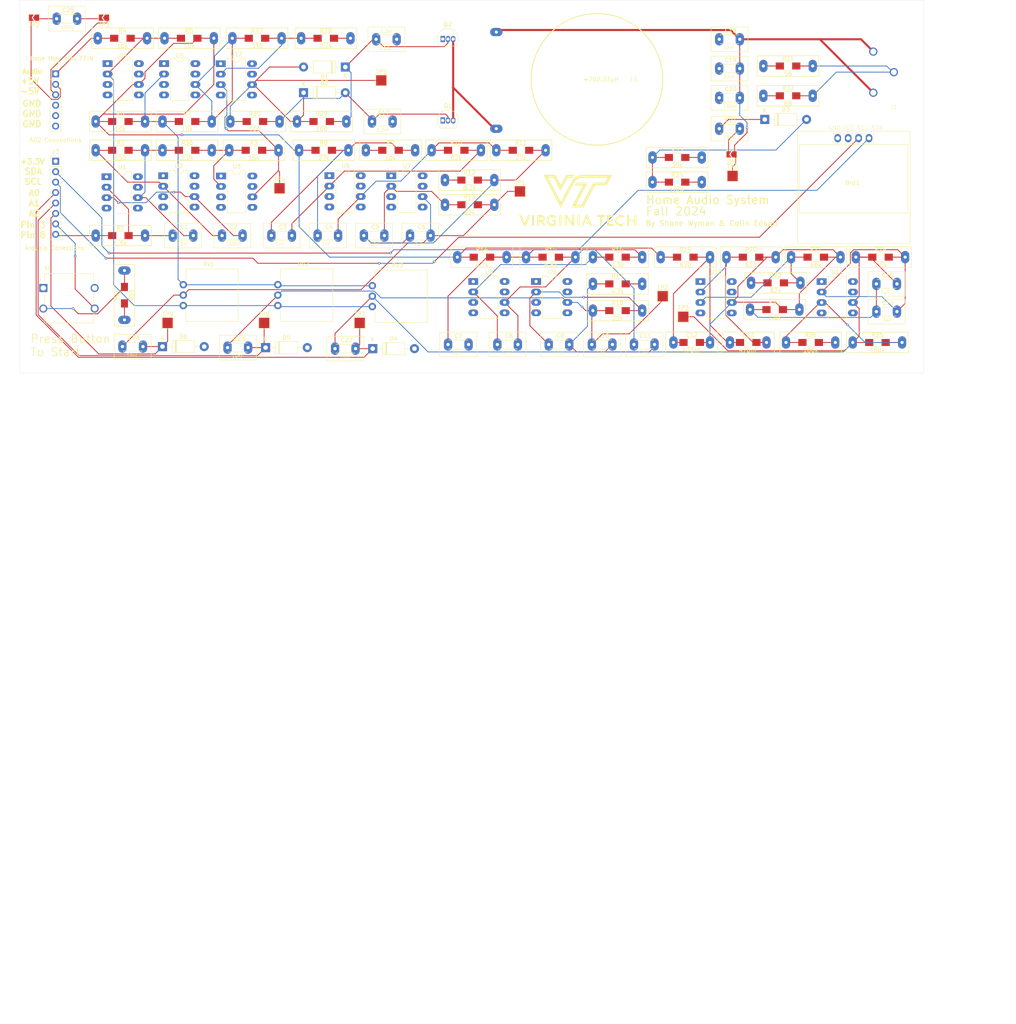
<source format=kicad_pcb>
(kicad_pcb (version 20240108) (generator "pcbnew") (generator_version "8.0")
  (title_block (title "Home Audio System F24") (date "2024-11-20"))
  (layers (0 "F.Cu" signal) (1 "In1.Cu" signal) (2 "In2.Cu" power) (31 "B.Cu" signal) (34 "B.Paste" user) (35 "F.Paste" user) (36 "B.SilkS" user "B.Silkscreen") (37 "F.SilkS" user "F.Silkscreen") (38 "B.Mask" user) (39 "F.Mask" user) (44 "Edge.Cuts" user))
  (net 0 "")
  (net 1 "Net-(U1--IN)")
  (net 2 "Net-(U1-OUT)")
  (net 3 "Net-(U1-+IN)")
  (net 4 "Net-(U2--IN)")
  (net 5 "Modulator_In")
  (net 6 "Net-(C3-Pad1)")
  (net 7 "-5V")
  (net 8 "+5V")
  (net 12 "GND")
  (net 16 "Modulator_Out")
  (net 18 "Net-(U4--IN)")
  (net 20 "Bass_In")
  (net 23 "Filters_Out")
  (net 24 "Net-(U5--IN)")
  (net 27 "Net-(U6-OUT)")
  (net 28 "Net-(U6--IN)")
  (net 30 "Treble_Out")
  (net 32 "Net-(U7--IN)")
  (net 33 "Net-(C5-Pad1)")
  (net 34 "Audio_In")
  (net 35 "SCL")
  (net 36 "+3.3V")
  (net 37 "SDA")
  (net 38 "Net-(C7-Pad1)")
  (net 39 "Net-(U8-OUT)")
  (net 40 "Net-(U8--IN)")
  (net 41 "Net-(U9--IN)")
  (net 42 "Net-(C10-Pad2)")
  (net 43 "Mid_Out")
  (net 44 "Net-(U10-OUT)")
  (net 45 "Net-(C12-Pad1)")
  (net 46 "Net-(U10--IN)")
  (net 47 "Net-(U11--IN)")
  (net 48 "Net-(C14-Pad1)")
  (net 49 "Bass_Out")
  (net 50 "Net-(D1-K)")
  (net 51 "Net-(D2-A)")
  (net 52 "Net-(JP1-B)")
  (net 53 "Net-(D3-K)")
  (net 54 "A0")
  (net 55 "A1")
  (net 56 "A2")
  (net 57 "Net-(JP3-B)")
  (net 58 "Net-(JP2-A)")
  (net 59 "Net-(D1-A)")
  (net 60 "Net-(D3-A)")
  (net 61 "Button_Pin")
  (net 62 "Net-(Q1-D)")
  (net 63 "Net-(U10-+IN)")
  (net 64 "Net-(U11-+IN)")
  (net 65 "Net-(U12--IN)")
  (net 66 "Net-(R35-Pad1)")
  (net 78 "Net-(U3--IN)")
  (net 79 "Net-(JP1-A)")
  (net 80 "Net-(J1-PadG)")
  (footprint "Package_DIP:DIP-8_W7.62mm_LongPads" (layer "F.Cu") (at 40.88 40.42)
    (property "Reference" "U4")
    (property "Value" "LF356M")
  )
  (footprint "Package_DIP:DIP-8_W7.62mm_LongPads" (layer "F.Cu") (at 185.175 93.45)
    (property "Reference" "U10")
    (property "Value" "LF356M")
  )
  (footprint "ColorOrgan:1_2W Res + 1206" (layer "F.Cu") (at 109.75 61.5)
    (property "Reference" "R9")
    (property "Value" "10k")
  )
  (footprint "TestPoint:TestPoint_Pad_2.5x2.5mm" (layer "F.Cu") (at 176 97)
    (property "Reference" "TP2")
    (property "Value" "Mid_Test")
  )
  (footprint "4PinButton:SW_VS-1213-67-160GF" (layer "F.Cu") (at 31.5 97.5)
    (property "Reference" "S1")
    (property "Value" "VS-1213-67-160GF")
  )
  (footprint "ColorOrgan:C_Disc_D4.3mm_W1.9mm_P5.00mm_Handsolder" (layer "F.Cu") (at 189.75 48.74)
    (property "Reference" "C20")
    (property "Value" "100nF" (hide yes))
  )
  (footprint "ColorOrgan:C_Disc_D4.3mm_W1.9mm_P5.00mm_Handsolder" (layer "F.Cu") (at 56.75 82.25)
    (property "Reference" "C1")
    (property "Value" "10nF" (hide yes))
  )
  (footprint "Potentiometer_THT:Potentiometer_Vishay_148-149_Single_Vertical" (layer "F.Cu") (at 82.325 99.275)
    (property "Reference" "RV2")
    (property "Value" "Mid")
  )
  (footprint "ColorOrgan:1_2W Res + 1206" (layer "F.Cu") (at 203.5 93.75)
    (property "Reference" "R22")
    (property "Value" "82k")
  )
  (footprint "ColorOrgan:1_2W Res + 1206" (layer "F.Cu") (at 165 87.5)
    (property "Reference" "R16")
    (property "Value" "3.3k")
  )
  (footprint "Diode_THT:D_DO-41_SOD81_P10.16mm_Horizontal" (layer "F.Cu") (at 105.42 109.75)
    (property "Reference" "D4")
    (property "Value" "1N4001")
  )
  (footprint "ColorOrgan:C_Disc_D4.3mm_W1.9mm_P5.00mm_Handsolder" (layer "F.Cu") (at 103.25 82.25)
    (property "Reference" "C5")
    (property "Value" "2.2nF" (hide yes))
  )
  (footprint "ColorOrgan:1_2W Res + 1206" (layer "F.Cu") (at 60.75 34.25)
    (property "Reference" "R5")
    (property "Value" "10k")
  )
  (footprint "ColorOrgan:C_Disc_D4.3mm_W1.9mm_P5.00mm_Handsolder" (layer "F.Cu") (at 189.75 34.5)
    (property "Reference" "C18")
    (property "Value" "22nF" (hide yes))
  )
  (footprint "ColorOrgan:1_2W Res + 1206" (layer "F.Cu") (at 93 54.5)
    (property "Reference" "R29")
    (property "Value" "100")
  )
  (footprint "ColorOrgan:1_2W Res + 1206" (layer "F.Cu") (at 197.5 87.5)
    (property "Reference" "R20")
    (property "Value" "820")
  )
  (footprint "Connector_PinHeader_2.54mm:PinHeader_1x06_P2.54mm_Vertical" (layer "F.Cu") (at 28.25 42.92)
    (property "Reference" "J2")
    (property "Value" "AD2 Connections")
  )
  (footprint "ColorOrgan:C_Disc_D4.3mm_W1.9mm_P5.00mm_Handsolder" (layer "F.Cu") (at 68.75 82.25)
    (property "Reference" "C2")
    (property "Value" "100nF" (hide yes))
  )
  (footprint "Jumper:SolderJumper-2_P1.3mm_Open_TrianglePad1.0x1.5mm" (layer "F.Cu") (at 40.025 29.25 180)
    (property "Reference" "JP3")
    (property "Value" "SolderJumper_2_Open")
  )
  (footprint "ColorOrgan:C_Disc_D4.3mm_W1.9mm_P5.00mm_Handsolder" (layer "F.Cu") (at 114.5 82.25)
    (property "Reference" "C6")
    (property "Value" "2.2nF" (hide yes))
  )
  (footprint "ColorOrgan:C_Disc_D4.3mm_W1.9mm_P5.00mm_Handsolder" (layer "F.Cu") (at 148.25 108.75)
    (property "Reference" "C9")
    (property "Value" "47nF" (hide yes))
  )
  (footprint "Potentiometer_THT:Potentiometer_Vishay_148-149_Single_Vertical" (layer "F.Cu") (at 59.325 99.275)
    (property "Reference" "RV1")
    (property "Value" "Treble")
  )
  (footprint "Potentiometer_THT:Potentiometer_Vishay_148-149_Single_Vertical" (layer "F.Cu") (at 105.325 99.525)
    (property "Reference" "RV3")
    (property "Value" "Bass")
  )
  (footprint "ColorOrgan:1_2W Res + 1206" (layer "F.Cu") (at 44 82.25)
    (property "Reference" "R1")
    (property "Value" "1.5k")
  )
  (footprint "ColorOrgan:1_2W Res + 1206" (layer "F.Cu") (at 181.5 87.5)
    (property "Reference" "R19")
    (property "Value" "820")
  )
  (footprint "4PinButton:vtSilkscreenFootPrint" (layer "F.Cu") (at 155.75 73.75)
    (property "Reference" "G***" (hide yes))
    (property "Value" "LOGO" (hide yes))
  )
  (footprint "TestPoint:TestPoint_Pad_2.5x2.5mm" (layer "F.Cu") (at 193 67.75)
    (property "Reference" "TP6")
    (property "Value" "FinalWave_Test")
  )
  (footprint "ColorOrgan:C_Disc_D4.3mm_W1.9mm_P5.00mm_Handsolder" (layer "F.Cu") (at 70.09 109.5)
    (property "Reference" "C23")
    (property "Value" "10nF" (hide yes))
  )
  (footprint "ColorOrgan:1_2W Res + 1206" (layer "F.Cu") (at 94 34.25)
    (property "Reference" "R28")
    (property "Value" "2.2k")
  )
  (footprint "TestPoint:TestPoint_Pad_2.5x2.5mm" (layer "F.Cu") (at 79 103.5)
    (property "Reference" "TP8")
    (property "Value" "A1_Test")
  )
  (footprint "ColorOrgan:C_Disc_D4.3mm_W1.9mm_P5.00mm_Handsolder" (layer "F.Cu") (at 135.75 108.75)
    (property "Reference" "C8")
    (property "Value" "4.7nF" (hide yes))
  )
  (footprint "ColorOrgan:1_2W Res + 1206" (layer "F.Cu") (at 60.25 61.5)
    (property "Reference" "R36")
    (property "Value" "2.2k")
  )
  (footprint "ColorOrgan:C_Disc_D4.3mm_W1.9mm_P5.00mm_Handsolder" (layer "F.Cu") (at 105.25 54.5)
    (property "Reference" "C17")
    (property "Value" "2.2nF" (hide yes))
  )
  (footprint "Diode_THT:D_DO-41_SOD81_P10.16mm_Horizontal" (layer "F.Cu") (at 200.84 54)
    (property "Reference" "D3")
    (property "Value" "1N5817")
  )
  (footprint "Connector_PinHeader_2.54mm:PinHeader_1x08_P2.54mm_Vertical" (layer "F.Cu") (at 28.25 64.17)
    (property "Reference" "J3")
    (property "Value" "Ardunio Conections")
  )
  (footprint "ColorOrgan:Jack_3.5mm_Ground_RightAngle" (layer "F.Cu") (at 232.25 42.5 180)
    (property "Reference" "J1")
    (property "Value" "AudioJack2_Ground")
  )
  (footprint "Display_New:128x64OLED  SSD1306" (layer "F.Cu") (at 222.2 69.15)
    (property "Reference" "Brd1")
    (property "Value" "SSD1306")
  )
  (footprint "ColorOrgan:1_2W Res + 1206" (layer "F.Cu") (at 44 54.5)
    (property "Reference" "R6")
    (property "Value" "10k")
  )
  (footprint "ColorOrgan:InductorCore" (layer "F.Cu") (at 160 44.25 90)
    (property "Reference" "L1" (hide yes))
    (property "Value" "≈702.37μH")
  )
  (footprint "Package_DIP:DIP-8_W7.62mm_LongPads" (layer "F.Cu") (at 94.88 67.67)
    (property "Reference" "U6")
    (property "Value" "LF356M")
  )
  (footprint "ColorOrgan:1_2W Res + 1206" (layer "F.Cu") (at 203.25 100.25)
    (property "Reference" "R23")
    (property "Value" "1.8k")
  )
  (footprint "ColorOrgan:C_Disc_D4.3mm_W1.9mm_P5.00mm_Handsolder" (layer "F.Cu") (at 228 94)
    (property "Reference" "C15")
    (property "Value" "1μF" (hide yes))
  )
  (footprint "ColorOrgan:C_Disc_D4.3mm_W1.9mm_P5.00mm_Handsolder" (layer "F.Cu") (at 169 108.75)
    (property "Reference" "C11")
    (property "Value" "47nF" (hide yes))
  )
  (footprint "ColorOrgan:1_2W Res + 1206" (layer "F.Cu") (at 76.75 54.5)
    (property "Reference" "R30")
    (property "Value" "100")
  )
  (footprint "ColorOrgan:C_Disc_D4.3mm_W1.9mm_P5.00mm_Handsolder" (layer "F.Cu") (at 228 100.75)
    (property "Reference" "C14")
    (property "Value" "1μF" (hide yes))
  )
  (footprint "ColorOrgan:1_2W Res + 1206" (layer "F.Cu") (at 179.5 63.25)
    (property "Reference" "R33")
    (property "Value" "39k")
  )
  (footprint "ColorOrgan:1_2W Res + 1206" (layer "F.Cu") (at 229 87.5)
    (property "Reference" "R24")
    (property "Value" "1.5k")
  )
  (footprint "TestPoint:TestPoint_Pad_2.5x2.5mm" (layer "F.Cu") (at 181 102)
    (property "Reference" "TP3")
    (property "Value" "Bass Test")
  )
  (footprint "Package_DIP:DIP-8_W7.62mm_LongPads" (layer "F.Cu") (at 145.175 93.42)
    (property "Reference" "U9")
    (property "Value" "LF356M")
  )
  (footprint "ColorOrgan:1_2W Res + 1206" (layer "F.Cu") (at 179.5 69.25)
    (property "Reference" "R34")
    (property "Value" "100k")
  )
  (footprint "ColorOrgan:1_2W Res + 1206" (layer "F.Cu") (at 60.25 54.5)
    (property "Reference" "R7")
    (property "Value" "10k")
  )
  (footprint "Package_DIP:DIP-8_W7.62mm_LongPads" (layer "F.Cu") (at 54.425 67.7)
    (property "Reference" "U2")
    (property "Value" "LF356M")
  )
  (footprint "TestPoint:TestPoint_Pad_2.5x2.5mm" (layer "F.Cu") (at 141.25 71.5)
    (property "Reference" "TP1")
    (property "Value" "Treble_Test")
  )
  (footprint "ColorOrgan:1_2W Res + 1206" (layer "F.Cu") (at 132 87.5)
    (property "Reference" "R14")
    (property "Value" "4.7k")
  )
  (footprint "ColorOrgan:1_2W Res + 1206" (layer "F.Cu") (at 45 96.75 -90)
    (property "Reference" "R35")
    (property "Value" "82k")
  )
  (footprint "Package_DIP:DIP-8_W7.62mm_LongPads" (layer "F.Cu") (at 129.9 93.42)
    (property "Reference" "U8")
    (property "Value" "LF356M")
  )
  (footprint "Package_TO_SOT_THT:TO-92_Inline" (layer "F.Cu") (at 122.46 54.25)
    (property "Reference" "Q1")
    (property "Value" "2N7000")
  )
  (footprint "Diode_THT:D_DO-41_SOD81_P10.16mm_Horizontal" (layer "F.Cu") (at 54.25 109.25)
    (property "Reference" "D6")
    (property "Value" "1N4001")
  )
  (footprint "ColorOrgan:C_Disc_D4.3mm_W1.9mm_P5.00mm_Handsolder" (layer "F.Cu") (at 158.75 108.75)
    (property "Reference" "C10")
    (property "Value" "47nF" (hide yes))
  )
  (footprint "ColorOrgan:1_2W Res + 1206" (layer "F.Cu") (at 93.5 61.5)
    (property "Reference" "R8")
    (property "Value" "27k")
  )
  (footprint "Diode_THT:D_DO-41_SOD81_P10.16mm_Horizontal" (layer "F.Cu") (at 88.59 47.5)
    (property "Reference" "D2")
    (property "Value" "1N4001")
  )
  (footprint "ColorOrgan:1_2W Res + 1206" (layer "F.Cu") (at 148.75 87.5)
    (property "Reference" "R15")
    (property "Value" "6.8k")
  )
  (footprint "ColorOrgan:1_2W Res + 1206" (layer "F.Cu") (at 44.5 34.25)
    (property "Reference" "R4")
    (property "Value" "10k")
  )
  (footprint "ColorOrgan:C_Disc_D4.3mm_W1.9mm_P5.00mm_Handsolder" (layer "F.Cu") (at 111.25 34.5 180)
    (property "Reference" "C16")
    (property "Value" "2.2nF" (hide yes))
  )
  (footprint "ColorOrgan:C_Disc_D4.3mm_W1.9mm_P5.00mm_Handsolder" (layer "F.Cu") (at 96.25 109.75)
    (property "Reference" "C22")
    (property "Value" "10nF" (hide yes))
  )
  (footprint "Package_DIP:DIP-8_W7.62mm_LongPads" (layer "F.Cu") (at 68.425 40.45)
    (property "Reference" "U12")
    (property "Value" "LF356M")
  )
  (footprint "ColorOrgan:C_Disc_D4.3mm_W1.9mm_P5.00mm_Handsolder" (layer "F.Cu") (at 80.75 82.25)
    (property "Reference" "C3")
    (property "Value" "1nF" (hide yes))
  )
  (footprint "Package_DIP:DIP-8_W7.62mm_LongPads" (layer "F.Cu") (at 54.63 40.42)
    (property "Reference" "U5")
    (property "Value" "LF356M")
  )
  (footprint "Diode_THT:D_DO-41_SOD81_P10.16mm_Horizontal" (layer "F.Cu") (at 98.75 41.25 180)
    (property "Reference" "D1")
    (property "Value" "1N4001")
  )
  (footprint "ColorOrgan:C_Disc_D4.3mm_W1.9mm_P5.00mm_Handsolder" (layer "F.Cu") (at 28.5 29.5)
    (property "Reference" "C25")
    (property "Value" "100nF" (hide yes))
  )
  (footprint "ColorOrgan:1_2W Res + 1206" (layer "F.Cu") (at 213.25 87.5)
    (property "Reference" "R21")
    (property "Value" "68k")
  )
  (footprint "ColorOrgan:1_2W Res + 1206" (layer "F.Cu") (at 77.25 34.25)
    (property "Reference" "R27")
    (property "Value" "330")
  )
  (footprint "Package_DIP:DIP-8_W7.62mm_LongPads" (layer "F.Cu") (at 40.63 67.95)
    (property "Reference" "U1")
    (property "Value" "LF356M")
  )
  (footprint "Package_TO_SOT_THT:TO-92L_Inline" (layer "F.Cu") (at 122.46 34.45)
    (property "Reference" "Q2")
    (property "Value" "TP0606")
  )
  (footprint "ColorOrgan:C_Disc_D4.3mm_W1.9mm_P5.00mm_Handsolder" (layer "F.Cu") (at 123.75 108.75)
    (property "Reference" "C7")
    (property "Value" "22nF" (hide yes))
  )
  (footprint "ColorOrgan:1_2W Res + 1206" (layer "F.Cu") (at 76.5 61.5)
    (property "Reference" "R3")
    (property "Value" "15k")
  )
  (footprint "TestPoint:TestPoint_Pad_2.5x2.5mm" (layer "F.Cu") (at 102.25 103.5)
    (property "Reference" "TP7")
    (property "Value" "A0_Test")
  )
  (footprint "ColorOrgan:1_2W Res + 1206" (layer "F.Cu") (at 44 61.5)
    (property "Reference" "R2")
    (property "Value" "150")
  )
  (footprint "ColorOrgan:1_2W Res + 1206" (layer "F.Cu") (at 228.25 108.25)
    (property "Reference" "R25")
    (property "Value" "150k")
  )
  (footprint "ColorOrgan:R_Combo" (layer "F.Cu") (at 183.055 108.25)
    (property "Reference" "C12")
    (property "Value" "470nF")
  )
  (footprint "Package_DIP:DIP-8_W7.62mm_LongPads" (layer "F.Cu") (at 68.5 67.75)
    (property "Reference" "U3")
    (property "Value" "LF356M")
  )
  (footprint "Jumper:SolderJumper-2_P1.3mm_Open_TrianglePad1.0x1.5mm" (layer "F.Cu") (at 192.75 62.5 180)
    (property "Reference" "JP1")
    (property "Value" "SolderJumper_2_Open")
  )
  (footprint "ColorOrgan:C_Disc_D4.3mm_W1.9mm_P5.00mm_Handsolder" (layer "F.Cu") (at 189.75 41.62)
    (property "Reference" "C19")
    (property "Value" "22nF" (hide yes))
  )
  (footprint "Jumper:SolderJumper-2_P1.3mm_Open_TrianglePad1.0x1.5mm" (layer "F.Cu") (at 23 29.25 180)
    (property "Reference" "JP2")
    (property "Value" "SolderJumper_2_Open")
  )
  (footprint "TestPoint:TestPoint_Pad_2.5x2.5mm" (layer "F.Cu") (at 107.5 44.5)
    (property "Reference" "TP5")
    (property "Value" "SquareWave_Test")
  )
  (footprint "ColorOrgan:1_2W Res + 1206" (layer "F.Cu") (at 141.5 61.5)
    (property "Reference" "R11")
    (property "Value" "27k")
  )
  (footprint "TestPoint:TestPoint_Pad_2.5x2.5mm" (layer "F.Cu") (at 55.5 103.5)
    (property "Reference" "TP9")
    (property "Value" "A2_Test")
  )
  (footprint "ColorOrgan:1_2W Res + 1206" (layer "F.Cu") (at 206.5 41)
    (property "Reference" "R31")
    (property "Value" "56")
  )
  (footprint "ColorOrgan:1_2W Res + 1206" (layer "F.Cu") (at 129 68.75)
    (property "Reference" "R12")
    (property "Value" "8.2k")
  )
  (footprint "ColorOrgan:1_2W Res + 1206" (layer "F.Cu") (at 206.5 48.25)
    (property "Reference" "R32")
    (property "Value" "68")
  )
  (footprint "Diode_THT:D_DO-41_SOD81_P10.16mm_Horizontal" (layer "F.Cu") (at 79.34 109.5)
    (property "Reference" "D5")
    (property "Value" "1N4001")
  )
  (footprint "TestPoint:TestPoint_Pad_2.5x2.5mm" (layer "F.Cu") (at 82.75 70.75)
    (property "Reference" "TP4")
    (property "Value" "Modulator_test")
  )
  (footprint "ColorOrgan:C_Disc_D4.3mm_W1.9mm_P5.00mm_Handsolder" (layer "F.Cu") (at 189.75 56.25)
    (property "Reference" "C21")
    (property "Value" "10nF" (hide yes))
  )
  (footprint "ColorOrgan:1_2W Res + 1206" (layer "F.Cu") (at 129 74.75)
    (property "Reference" "R13")
    (property "Value" "82k")
  )
  (footprint "ColorOrgan:R_Combo" (layer "F.Cu") (at 196.805 108.25)
    (property "Reference" "C13")
    (property "Value" "470nF")
  )
  (footprint "ColorOrgan:C_Disc_D4.3mm_W1.9mm_P5.00mm_Handsolder" (layer "F.Cu") (at 44.5 109.25)
    (property "Reference" "C24")
    (property "Value" "10nF" (hide yes))
  )
  (footprint "ColorOrgan:1_2W Res + 1206" (layer "F.Cu") (at 165 100.5)
    (property "Reference" "R18")
    (property "Value" "22k")
  )
  (footprint "ColorOrgan:1_2W Res + 1206" (layer "F.Cu") (at 125.75 61.5)
    (property "Reference" "R10")
    (property "Value" "82k")
  )
  (footprint "Package_DIP:DIP-8_W7.62mm_LongPads" (layer "F.Cu") (at 109.925 67.7)
    (property "Reference" "U7")
    (property "Value" "LF356M")
  )
  (footprint "ColorOrgan:C_Disc_D4.3mm_W1.9mm_P5.00mm_Handsolder" (layer "F.Cu") (at 92 82.25)
    (property "Reference" "C4")
    (property "Value" "1nF" (hide yes))
  )
  (footprint "Package_DIP:DIP-8_W7.62mm_LongPads" (layer "F.Cu") (at 214.675 93.45)
    (property "Reference" "U11")
    (property "Value" "LF356M")
  )
  (footprint "ColorOrgan:1_2W Res + 1206" (layer "F.Cu") (at 212 108.25)
    (property "Reference" "R26")
    (property "Value" "180k")
  )
  (footprint "ColorOrgan:1_2W Res + 1206" (layer "F.Cu") (at 165 94)
    (property "Reference" "R17")
    (property "Value" "4.7k")
  )
  (gr_rect (start 19.5275 24.9725) (end 239.5275 115.7225) (stroke (width 0.05)) (fill none) (layer "Edge.Cuts"))
  (gr_text "Pin 3" (at 19.5 80.5 0) (layer "F.SilkS") (effects (font (size 1.5 1.5) (thickness 0.3) (bold yes)) (justify left bottom)))
  (gr_text "Press Button\nTo Start" (at 22 111.75 0) (layer "F.SilkS") (effects (font (size 2 2) (thickness 0.2)) (justify left bottom)))
  (gr_text "GND" (at 20 51 0) (layer "F.SilkS") (effects (font (size 1.5 1.5) (thickness 0.3) (bold yes)) (justify left bottom)))
  (gr_text "SDA" (at 20.5 67.5 0) (layer "F.SilkS") (effects (font (size 1.5 1.5) (thickness 0.3) (bold yes)) (justify left bottom)))
  (gr_text "Audio" (at 20 43 0) (layer "F.SilkS") (effects (font (size 1.2 1.2) (thickness 0.3) (bold yes)) (justify left bottom)))
  (gr_text "I hope they play FEIN" (at 20.75 39.75 0) (layer "F.SilkS") (effects (font (size 1 1)) (justify left bottom)))
  (gr_text "Pin 8" (at 19.5 83 0) (layer "F.SilkS") (effects (font (size 1.5 1.5) (thickness 0.3) (bold yes)) (justify left bottom)))
  (gr_text "-5V" (at 19.5 48 0) (layer "F.SilkS") (effects (font (size 1.5 1.5) (thickness 0.3) (bold yes)) (justify left bottom)))
  (gr_text "+5V" (at 19.5 45.5 0) (layer "F.SilkS") (effects (font (size 1.5 1.5) (thickness 0.3) (bold yes)) (justify left bottom)))
  (gr_text "By Shane Wyman & Colin Edsall" (at 171.75 80 0) (layer "F.SilkS") (effects (font (size 1.3 1.3) (thickness 0.2)) (justify left bottom)))
  (gr_text "A2" (at 21.5 77.75 0) (layer "F.SilkS") (effects (font (size 1.5 1.5) (thickness 0.3) (bold yes)) (justify left bottom)))
  (gr_text "GND" (at 20 53.5 0) (layer "F.SilkS") (effects (font (size 1.5 1.5) (thickness 0.3) (bold yes)) (justify left bottom)))
  (gr_text "Fall 2024" (at 171.75 77.5 0) (layer "F.SilkS") (effects (font (size 2 2)) (justify left bottom)))
  (gr_text "GND" (at 20 56 0) (layer "F.SilkS") (effects (font (size 1.5 1.5) (thickness 0.3) (bold yes)) (justify left bottom)))
  (gr_text "A0" (at 21.5 72.75 0) (layer "F.SilkS") (effects (font (size 1.5 1.5) (thickness 0.3) (bold yes)) (justify left bottom)))
  (gr_text "Home Audio System" (at 171.75 74.75 0) (layer "F.SilkS") (effects (font (size 2 2) (thickness 0.3)) (justify left bottom)))
  (gr_text "SCL" (at 20.5 70 0) (layer "F.SilkS") (effects (font (size 1.5 1.5) (thickness 0.3) (bold yes)) (justify left bottom)))
  (gr_text "+3.3V" (at 19.5 65 0) (layer "F.SilkS") (effects (font (size 1.3 1.3) (thickness 0.3) (bold yes)) (justify left bottom)))
  (gr_text "A1" (at 21.5 75.25 0) (layer "F.SilkS") (effects (font (size 1.5 1.5) (thickness 0.3) (bold yes)) (justify left bottom)))
  (segment (start 46 75.86) (end 46 82.25) (width 0.2) (layer "F.Cu") (net 1))
  (segment (start 40.63 70.49) (end 46 75.86) (width 0.2) (layer "F.Cu") (net 1))
  (segment (start 46 82.25) (end 50 82.25) (width 0.2) (layer "F.Cu") (net 1))
  (segment (start 50 82.25) (end 56.75 82.25) (width 0.2) (layer "F.Cu") (net 1))
  (segment (start 54.25 61.5) (end 58.25 61.5) (width 0.2) (layer "F.Cu") (net 2))
  (segment (start 50 61.5) (end 54.25 61.5) (width 0.2) (layer "F.Cu") (net 2))
  (segment (start 61.75 82.25) (end 59.399365 82.25) (width 0.2) (layer "F.Cu") (net 2))
  (segment (start 59.399365 82.25) (end 50.179365 73.03) (width 0.2) (layer "F.Cu") (net 2))
  (segment (start 50.179365 73.03) (end 48.25 73.03) (width 0.2) (layer "F.Cu") (net 2))
  (segment (start 50 61.5) (end 46 61.5) (width 0.2) (layer "F.Cu") (net 2))
  (segment (start 50 71.68) (end 50 61.5) (width 0.2) (layer "B.Cu") (net 2))
  (segment (start 48.65 73.03) (end 50 71.68) (width 0.2) (layer "B.Cu") (net 2))
  (segment (start 48.25 73.03) (end 48.65 73.03) (width 0.2) (layer "B.Cu") (net 2))
  (segment (start 58.68 71.68) (end 59.78 72.78) (width 0.2) (layer "F.Cu") (net 3))
  (segment (start 43.5 74.25) (end 42.28 73.03) (width 0.2) (layer "F.Cu") (net 3))
  (segment (start 73.75 82.25) (end 71.515 82.25) (width 0.2) (layer "F.Cu") (net 3))
  (segment (start 59.78 72.78) (end 62.045 72.78) (width 0.2) (layer "F.Cu") (net 3))
  (segment (start 42.28 73.03) (end 40.63 73.03) (width 0.2) (layer "F.Cu") (net 3))
  (segment (start 71.515 82.25) (end 62.045 72.78) (width 0.2) (layer "F.Cu") (net 3))
  (segment (start 57 71.68) (end 58.68 71.68) (width 0.2) (layer "F.Cu") (net 3))
  (via (at 57 71.68) (size 0.6) (drill 0.3) (layers "F.Cu" "B.Cu") (net 3))
  (via (at 43.5 74.25) (size 0.6) (drill 0.3) (layers "F.Cu" "B.Cu") (net 3))
  (segment (start 57 71.68) (end 52.82 71.68) (width 0.2) (layer "B.Cu") (net 3))
  (segment (start 50.25 74.25) (end 43.5 74.25) (width 0.2) (layer "B.Cu") (net 3))
  (segment (start 52.82 71.68) (end 50.25 74.25) (width 0.2) (layer "B.Cu") (net 3))
  (segment (start 53.435 69.25) (end 54.425 70.24) (width 0.2) (layer "F.Cu") (net 4))
  (segment (start 54.425 70.24) (end 66.435 82.25) (width 0.2) (layer "F.Cu") (net 4))
  (segment (start 38 61.5) (end 45.75 69.25) (width 0.2) (layer "F.Cu") (net 4))
  (segment (start 66.435 82.25) (end 68.75 82.25) (width 0.2) (layer "F.Cu") (net 4))
  (segment (start 45.75 69.25) (end 53.435 69.25) (width 0.2) (layer "F.Cu") (net 4))
  (segment (start 38 61.5) (end 42 61.5) (width 0.2) (layer "F.Cu") (net 4))
  (segment (start 38 82.25) (end 42 82.25) (width 0.2) (layer "F.Cu") (net 5))
  (segment (start 38 82.25) (end 28.55 82.25) (width 0.2) (layer "F.Cu") (net 5))
  (segment (start 28.55 82.25) (end 28.25 81.95) (width 0.2) (layer "F.Cu") (net 5))
  (segment (start 95.5 61.5) (end 99.5 61.5) (width 0.2) (layer "F.Cu") (net 6))
  (segment (start 109.95 59.7) (end 111.75 61.5) (width 0.2) (layer "F.Cu") (net 6))
  (segment (start 111.75 61.5) (end 115.75 61.5) (width 0.2) (layer "F.Cu") (net 6))
  (segment (start 99.5 61.5) (end 98.3 61.5) (width 0.2) (layer "F.Cu") (net 6))
  (segment (start 99.5 61.5) (end 101.3 59.7) (width 0.2) (layer "F.Cu") (net 6))
  (segment (start 98.3 61.5) (end 80.75 79.05) (width 0.2) (layer "F.Cu") (net 6))
  (segment (start 80.75 79.05) (end 80.75 82.25) (width 0.2) (layer "F.Cu") (net 6))
  (segment (start 101.3 59.7) (end 109.95 59.7) (width 0.2) (layer "F.Cu") (net 6))
  (segment (start 92 67.8) (end 92 82.25) (width 0.2) (layer "B.Cu") (net 6))
  (segment (start 99.5 61.5) (end 98.3 61.5) (width 0.2) (layer "B.Cu") (net 6))
  (segment (start 98.3 61.5) (end 92 67.8) (width 0.2) (layer "B.Cu") (net 6))
  (segment (start 40.75 30.5) (end 40.75 29.5) (width 0.2) (layer "F.Cu") (net 7))
  (segment (start 40.695 30.555) (end 40.75 30.5) (width 0.2) (layer "F.Cu") (net 7))
  (segment (start 28.25 48) (end 27.1 46.85) (width 0.2) (layer "F.Cu") (net 7))
  (segment (start 27.1 46.85) (end 27.1 41.9) (width 0.2) (layer "F.Cu") (net 7))
  (segment (start 38.445 30.555) (end 40.695 30.555) (width 0.2) (layer "F.Cu") (net 7))
  (segment (start 27.1 41.9) (end 38.445 30.555) (width 0.2) (layer "F.Cu") (net 7))
  (segment (start 27.2775 49.15) (end 22.275 44.1475) (width 0.2) (layer "F.Cu") (net 8))
  (segment (start 29.4 46.61) (end 29.4 48.476346) (width 0.2) (layer "F.Cu") (net 8))
  (segment (start 185.5 69.25) (end 181.5 69.25) (width 0.2) (layer "F.Cu") (net 8))
  (segment (start 28.25 45.46) (end 29.4 46.61) (width 0.2) (layer "F.Cu") (net 8))
  (segment (start 29.4 48.476346) (end 28.726346 49.15) (width 0.2) (layer "F.Cu") (net 8))
  (segment (start 28.726346 49.15) (end 27.2775 49.15) (width 0.2) (layer "F.Cu") (net 8))
  (segment (start 22.275 44.1475) (end 22.275 29.5) (width 0.2) (layer "F.Cu") (net 8))
  (segment (start 181.5 63.25) (end 185.5 63.25) (width 0.2) (layer "F.Cu") (net 12))
  (segment (start 123 68.75) (end 127 68.75) (width 0.2) (layer "F.Cu") (net 12))
  (segment (start 218 108.25) (end 214 108.25) (width 0.2) (layer "F.Cu") (net 12))
  (segment (start 204.5 48.25) (end 200.5 48.25) (width 0.2) (layer "F.Cu") (net 12))
  (segment (start 100 34.25) (end 96 34.25) (width 0.2) (layer "F.Cu") (net 12))
  (segment (start 107.75 61.5) (end 103.75 61.5) (width 0.2) (layer "F.Cu") (net 12))
  (segment (start 201.5 93.75) (end 197.5 93.75) (width 0.2) (layer "F.Cu") (net 12))
  (segment (start 171 94) (end 167 94) (width 0.2) (layer "F.Cu") (net 12))
  (segment (start 204.5 41) (end 200.5 41) (width 0.2) (layer "F.Cu") (net 12))
  (segment (start 45 98.75) (end 45 102.75) (width 0.2) (layer "F.Cu") (net 12))
  (segment (start 69.75 56.25) (end 70.25 56.75) (width 0.2) (layer "F.Cu") (net 16))
  (segment (start 82.475 66.475) (end 82.5 66.45) (width 0.2) (layer "F.Cu") (net 16))
  (segment (start 70.25 56.75) (end 77.75 56.75) (width 0.2) (layer "F.Cu") (net 16))
  (segment (start 77.75 56.75) (end 82.5 61.5) (width 0.2) (layer "F.Cu") (net 16))
  (segment (start 76.12 72.83) (end 82.475 66.475) (width 0.2) (layer "F.Cu") (net 16))
  (segment (start 82.75 70.75) (end 82.75 66.75) (width 0.2) (layer "F.Cu") (net 16))
  (segment (start 82.5 66.45) (end 82.5 61.5) (width 0.2) (layer "F.Cu") (net 16))
  (segment (start 78.5 61.5) (end 82.5 61.5) (width 0.2) (layer "F.Cu") (net 16))
  (segment (start 82.75 66.75) (end 82.475 66.475) (width 0.2) (layer "F.Cu") (net 16))
  (via (at 69.75 56.25) (size 0.6) (drill 0.3) (layers "F.Cu" "B.Cu") (net 16))
  (segment (start 69.925 52.986522) (end 69.925 47.03) (width 0.2) (layer "B.Cu") (net 16))
  (segment (start 69.45 55.95) (end 69.45 53.461522) (width 0.2) (layer "B.Cu") (net 16))
  (segment (start 69.925 47.03) (end 68.425 45.53) (width 0.2) (layer "B.Cu") (net 16))
  (segment (start 69.75 56.25) (end 69.45 55.95) (width 0.2) (layer "B.Cu") (net 16))
  (segment (start 69.45 53.461522) (end 69.925 52.986522) (width 0.2) (layer "B.Cu") (net 16))
  (segment (start 54.75 34.25) (end 58.75 34.25) (width 0.2) (layer "F.Cu") (net 18))
  (segment (start 46.5 34.25) (end 50.5 34.25) (width 0.2) (layer "F.Cu") (net 18))
  (segment (start 50.5 34.25) (end 49.59 34.25) (width 0.2) (layer "F.Cu") (net 18))
  (segment (start 49.59 34.25) (end 40.88 42.96) (width 0.2) (layer "F.Cu") (net 18))
  (segment (start 50.5 34.25) (end 54.75 34.25) (width 0.2) (layer "F.Cu") (net 18))
  (segment (start 59.325 99.275) (end 82.325 99.275) (width 0.2) (layer "B.Cu") (net 18))
  (segment (start 47.405 99.275) (end 42.38 94.25) (width 0.2) (layer "B.Cu") (net 18))
  (segment (start 42.38 44.46) (end 42.38 94.25) (width 0.2) (layer "B.Cu") (net 18))
  (segment (start 105.325 99.525) (end 82.575 99.525) (width 0.2) (layer "B.Cu") (net 18))
  (segment (start 40.88 42.96) (end 42.38 44.46) (width 0.2) (layer "B.Cu") (net 18))
  (segment (start 59.325 99.275) (end 47.405 99.275) (width 0.2) (layer "B.Cu") (net 18))
  (segment (start 82.575 99.525) (end 82.325 99.275) (width 0.2) (layer "B.Cu") (net 18))
  (segment (start 48.5 45.5) (end 50 44) (width 0.2) (layer "F.Cu") (net 20))
  (segment (start 59 57.75) (end 41.25 57.75) (width 0.2) (layer "F.Cu") (net 20))
  (segment (start 175.5 87.5) (end 179.5 87.5) (width 0.2) (layer "F.Cu") (net 20))
  (segment (start 38 54.5) (end 42 54.5) (width 0.2) (layer "F.Cu") (net 20))
  (segment (start 128.2 85.3) (end 126 87.5) (width 0.2) (layer "F.Cu") (net 20))
  (segment (start 173.3 85.3) (end 128.2 85.3) (width 0.2) (layer "F.Cu") (net 20))
  (segment (start 66.75 45.495635) (end 59.545635 52.7) (width 0.2) (layer "F.Cu") (net 20))
  (segment (start 59.545635 52.7) (end 39.8 52.7) (width 0.2) (layer "F.Cu") (net 20))
  (segment (start 61.5 35.5) (end 62.75 34.25) (width 0.2) (layer "F.Cu") (net 20))
  (segment (start 66.75 34.25) (end 66.75 45.495635) (width 0.2) (layer "F.Cu") (net 20))
  (segment (start 48.5 45.5) (end 47 45.5) (width 0.2) (layer "F.Cu") (net 20))
  (segment (start 41.25 57.75) (end 38 54.5) (width 0.2) (layer "F.Cu") (net 20))
  (segment (start 126 87.5) (end 130 87.5) (width 0.2) (layer "F.Cu") (net 20))
  (segment (start 56.95 35.5) (end 61.5 35.5) (width 0.2) (layer "F.Cu") (net 20))
  (segment (start 62.75 34.25) (end 66.75 34.25) (width 0.2) (layer "F.Cu") (net 20))
  (segment (start 47 45.5) (end 38 54.5) (width 0.2) (layer "F.Cu") (net 20))
  (segment (start 50 44) (end 50 42.45) (width 0.2) (layer "F.Cu") (net 20))
  (segment (start 50 42.45) (end 56.95 35.5) (width 0.2) (layer "F.Cu") (net 20))
  (segment (start 175.5 87.5) (end 173.3 85.3) (width 0.2) (layer "F.Cu") (net 20))
  (segment (start 87.5 61.5) (end 91.5 61.5) (width 0.2) (layer "F.Cu") (net 20))
  (segment (start 39.8 52.7) (end 38 54.5) (width 0.2) (layer "F.Cu") (net 20))
  (via (at 59 57.75) (size 0.6) (drill 0.3) (layers "F.Cu" "B.Cu") (net 20))
  (segment (start 126 87.5) (end 94.911522 87.5) (width 0.2) (layer "B.Cu") (net 20))
  (segment (start 82.55 57.75) (end 59 57.75) (width 0.2) (layer "B.Cu") (net 20))
  (segment (start 87.5 61.5) (end 86.3 61.5) (width 0.2) (layer "B.Cu") (net 20))
  (segment (start 94.911522 87.5) (end 87.5 80.088478) (width 0.2) (layer "B.Cu") (net 20))
  (segment (start 86.3 61.5) (end 82.55 57.75) (width 0.2) (layer "B.Cu") (net 20))
  (segment (start 87.5 80.088478) (end 87.5 61.5) (width 0.2) (layer "B.Cu") (net 20))
  (segment (start 71.25 49.5) (end 66.25 54.5) (width 0.2) (layer "F.Cu") (net 23))
  (segment (start 71.25 34.25) (end 71.25 49.5) (width 0.2) (layer "F.Cu") (net 23))
  (segment (start 66.25 54.5) (end 62.25 54.5) (width 0.2) (layer "F.Cu") (net 23))
  (segment (start 71.25 34.25) (end 75.25 34.25) (width 0.2) (layer "F.Cu") (net 23))
  (segment (start 62.25 45.5) (end 66.25 49.5) (width 0.2) (layer "B.Cu") (net 23))
  (segment (start 66.925 38.575) (end 71.25 34.25) (width 0.2) (layer "B.Cu") (net 23))
  (segment (start 66.925 40.825) (end 66.925 38.575) (width 0.2) (layer "B.Cu") (net 23))
  (segment (start 66.25 49.5) (end 66.25 54.5) (width 0.2) (layer "B.Cu") (net 23))
  (segment (start 62.25 45.5) (end 66.925 40.825) (width 0.2) (layer "B.Cu") (net 23))
  (segment (start 46 54.5) (end 50 54.5) (width 0.2) (layer "F.Cu") (net 24))
  (segment (start 54.25 54.5) (end 58.25 54.5) (width 0.2) (layer "F.Cu") (net 24))
  (segment (start 50 54.5) (end 54.25 54.5) (width 0.2) (layer "F.Cu") (net 24))
  (segment (start 50 47.59) (end 50 54.5) (width 0.2) (layer "B.Cu") (net 24))
  (segment (start 105.325 94.445) (end 82.575 94.445) (width 0.2) (layer "B.Cu") (net 24))
  (segment (start 82.575 94.445) (end 82.325 94.195) (width 0.2) (layer "B.Cu") (net 24))
  (segment (start 54.63 42.96) (end 50 47.59) (width 0.2) (layer "B.Cu") (net 24))
  (segment (start 54.25 54.5) (end 58.05 58.3) (width 0.2) (layer "B.Cu") (net 24))
  (segment (start 58.05 92.92) (end 59.325 94.195) (width 0.2) (layer "B.Cu") (net 24))
  (segment (start 59.325 94.195) (end 82.325 94.195) (width 0.2) (layer "B.Cu") (net 24))
  (segment (start 58.05 58.3) (end 58.05 92.92) (width 0.2) (layer "B.Cu") (net 24))
  (segment (start 123.75 61.5) (end 119.75 61.5) (width 0.2) (layer "F.Cu") (net 27))
  (segment (start 135.5 61.5) (end 133.7 59.7) (width 0.2) (layer "F.Cu") (net 27))
  (segment (start 133.7 59.7) (end 121.55 59.7) (width 0.2) (layer "F.Cu") (net 27))
  (segment (start 121.55 59.7) (end 119.75 61.5) (width 0.2) (layer "F.Cu") (net 27))
  (segment (start 102.5 72.75) (end 97 78.25) (width 0.2) (layer "F.Cu") (net 27))
  (segment (start 97 78.25) (end 97 82.25) (width 0.2) (layer "F.Cu") (net 27))
  (segment (start 135.5 61.5) (end 139.5 61.5) (width 0.2) (layer "F.Cu") (net 27))
  (segment (start 112.25 69) (end 106.25 69) (width 0.2) (layer "B.Cu") (net 27))
  (segment (start 106.25 69) (end 102.5 72.75) (width 0.2) (layer "B.Cu") (net 27))
  (segment (start 119.75 61.5) (end 112.25 69) (width 0.2) (layer "B.Cu") (net 27))
  (segment (start 98.52 66.57) (end 94.88 70.21) (width 0.2) (layer "F.Cu") (net 28))
  (segment (start 85.75 79.34) (end 94.88 70.21) (width 0.2) (layer "F.Cu") (net 28))
  (segment (start 131.75 61.5) (end 127.75 61.5) (width 0.2) (layer "F.Cu") (net 28))
  (segment (start 126.68 66.57) (end 98.52 66.57) (width 0.2) (layer "F.Cu") (net 28))
  (segment (start 85.75 82.25) (end 85.75 79.34) (width 0.2) (layer "F.Cu") (net 28))
  (segment (start 131.75 61.5) (end 126.68 66.57) (width 0.2) (layer "F.Cu") (net 28))
  (segment (start 59.325 96.735) (end 60.665 95.395) (width 0.2) (layer "F.Cu") (net 30))
  (segment (start 141.25 71.5) (end 138.25 71.5) (width 0.2) (layer "F.Cu") (net 30))
  (segment (start 117.7 84.05) (end 119.5 82.25) (width 0.2) (layer "F.Cu") (net 30))
  (segment (start 113.961522 84.05) (end 117.7 84.05) (width 0.2) (layer "F.Cu") (net 30))
  (segment (start 127.5 82.25) (end 135 74.75) (width 0.2) (layer "F.Cu") (net 30))
  (segment (start 119.5 82.25) (end 127.5 82.25) (width 0.2) (layer "F.Cu") (net 30))
  (segment (start 138.25 71.5) (end 135 74.75) (width 0.2) (layer "F.Cu") (net 30))
  (segment (start 57.015 96.735) (end 44.5 109.25) (width 0.2) (layer "F.Cu") (net 30))
  (segment (start 59.325 96.735) (end 57.015 96.735) (width 0.2) (layer "F.Cu") (net 30))
  (segment (start 102.616522 95.395) (end 113.961522 84.05) (width 0.2) (layer "F.Cu") (net 30))
  (segment (start 60.665 95.395) (end 102.616522 95.395) (width 0.2) (layer "F.Cu") (net 30))
  (segment (start 135 74.75) (end 131 74.75) (width 0.2) (layer "F.Cu") (net 30))
  (segment (start 119.5 82.25) (end 119.5 74.735) (width 0.2) (layer "B.Cu") (net 30))
  (segment (start 119.5 74.735) (end 117.545 72.78) (width 0.2) (layer "B.Cu") (net 30))
  (segment (start 119.75 71.5) (end 111.185 71.5) (width 0.2) (layer "F.Cu") (net 32))
  (segment (start 123 74.75) (end 119.75 71.5) (width 0.2) (layer "F.Cu") (net 32))
  (segment (start 108.25 82.25) (end 108.25 71.915) (width 0.2) (layer "F.Cu") (net 32))
  (segment (start 108.25 71.915) (end 109.925 70.24) (width 0.2) (layer "F.Cu") (net 32))
  (segment (start 111.185 71.5) (end 109.925 70.24) (width 0.2) (layer "F.Cu") (net 32))
  (segment (start 127 74.75) (end 123 74.75) (width 0.2) (layer "F.Cu") (net 32))
  (segment (start 140.25 68.75) (end 147.5 61.5) (width 0.2) (layer "F.Cu") (net 33))
  (segment (start 143.5 61.5) (end 147.5 61.5) (width 0.2) (layer "F.Cu") (net 33))
  (segment (start 112.7 84.05) (end 105.05 84.05) (width 0.2) (layer "F.Cu") (net 33))
  (segment (start 131 68.75) (end 135 68.75) (width 0.2) (layer "F.Cu") (net 33))
  (segment (start 114.5 82.25) (end 112.7 84.05) (width 0.2) (layer "F.Cu") (net 33))
  (segment (start 105.05 84.05) (end 103.25 82.25) (width 0.2) (layer "F.Cu") (net 33))
  (segment (start 135 68.75) (end 140.25 68.75) (width 0.2) (layer "F.Cu") (net 33))
  (segment (start 103.25 82.25) (end 105.05 84.05) (width 0.2) (layer "B.Cu") (net 33))
  (segment (start 105.05 84.05) (end 120.2 84.05) (width 0.2) (layer "B.Cu") (net 33))
  (segment (start 120.2 84.05) (end 135 69.25) (width 0.2) (layer "B.Cu") (net 33))
  (segment (start 135 69.25) (end 135 68.75) (width 0.2) (layer "B.Cu") (net 33))
  (segment (start 38.5 34.25) (end 42.5 34.25) (width 0.2) (layer "F.Cu") (net 34))
  (segment (start 36.92 34.25) (end 28.25 42.92) (width 0.2) (layer "F.Cu") (net 34))
  (segment (start 38.5 34.25) (end 36.92 34.25) (width 0.2) (layer "F.Cu") (net 34))
  (segment (start 77.5 89) (end 107 89) (width 0.2) (layer "F.Cu") (net 35))
  (segment (start 76.25 87.75) (end 77.5 89) (width 0.2) (layer "F.Cu") (net 35))
  (segment (start 126.35 82.65) (end 199.56 82.65) (width 0.2) (layer "F.Cu") (net 35))
  (segment (start 120.5 88.5) (end 126.35 82.65) (width 0.2) (layer "F.Cu") (net 35))
  (segment (start 199.56 82.65) (end 223.66 58.55) (width 0.2) (layer "F.Cu") (net 35))
  (segment (start 40.5 87.75) (end 76.25 87.75) (width 0.2) (layer "F.Cu") (net 35))
  (via (at 40.5 87.75) (size 0.6) (drill 0.3) (layers "F.Cu" "B.Cu") (net 35))
  (via (at 107 89) (size 0.6) (drill 0.3) (layers "F.Cu" "B.Cu") (net 35))
  (via (at 120.375 88.625) (size 0.6) (drill 0.3) (layers "F.Cu" "B.Cu") (net 35))
  (segment (start 120 89) (end 120.375 88.625) (width 0.2) (layer "B.Cu") (net 35))
  (segment (start 107 89) (end 120 89) (width 0.2) (layer "B.Cu") (net 35))
  (segment (start 29.4 70.4) (end 29.4 76.65) (width 0.2) (layer "B.Cu") (net 35))
  (segment (start 28.25 69.25) (end 29.4 70.4) (width 0.2) (layer "B.Cu") (net 35))
  (segment (start 29.4 76.65) (end 40.5 87.75) (width 0.2) (layer "B.Cu") (net 35))
  (segment (start 120.375 88.625) (end 120.5 88.5) (width 0.2) (layer "B.Cu") (net 35))
  (segment (start 41.25 86.5) (end 109.75 86.5) (width 0.2) (layer "F.Cu") (net 37))
  (via (at 109.75 86.5) (size 0.6) (drill 0.3) (layers "F.Cu" "B.Cu") (net 37))
  (via (at 41.25 86.5) (size 0.6) (drill 0.3) (layers "F.Cu" "B.Cu") (net 37))
  (segment (start 109.75 86.5) (end 110.55 85.7) (width 0.2) (layer "B.Cu") (net 37))
  (segment (start 170 71.25) (end 213.5 71.25) (width 0.2) (layer "B.Cu") (net 37))
  (segment (start 213.5 71.25) (end 226.2 58.55) (width 0.2) (layer "B.Cu") (net 37))
  (segment (start 39.5 77.96) (end 39.5 84.75) (width 0.2) (layer "B.Cu") (net 37))
  (segment (start 39.5 84.75) (end 41.25 86.5) (width 0.2) (layer "B.Cu") (net 37))
  (segment (start 155.55 85.7) (end 170 71.25) (width 0.2) (layer "B.Cu") (net 37))
  (segment (start 110.55 85.7) (end 155.55 85.7) (width 0.2) (layer "B.Cu") (net 37))
  (segment (start 28.25 66.71) (end 39.5 77.96) (width 0.2) (layer "B.Cu") (net 37))
  (segment (start 167 87.5) (end 171 87.5) (width 0.2) (layer "F.Cu") (net 38))
  (segment (start 169.2 85.7) (end 144.55 85.7) (width 0.2) (layer "F.Cu") (net 38))
  (segment (start 138 87.5) (end 133.22 87.5) (width 0.2) (layer "F.Cu") (net 38))
  (segment (start 134 87.5) (end 138 87.5) (width 0.2) (layer "F.Cu") (net 38))
  (segment (start 123.75 96.97) (end 123.75 108.75) (width 0.2) (layer "F.Cu") (net 38))
  (segment (start 171 87.5) (end 169.2 85.7) (width 0.2) (layer "F.Cu") (net 38))
  (segment (start 144.55 85.7) (end 142.75 87.5) (width 0.2) (layer "F.Cu") (net 38))
  (segment (start 142.75 87.5) (end 146.75 87.5) (width 0.2) (layer "F.Cu") (net 38))
  (segment (start 133.22 87.5) (end 123.75 96.97) (width 0.2) (layer "F.Cu") (net 38))
  (segment (start 138 87.5) (end 142.75 87.5) (width 0.2) (layer "F.Cu") (net 38))
  (segment (start 140.75 101.73) (end 140.75 108.75) (width 0.2) (layer "F.Cu") (net 39))
  (segment (start 154.75 87.5) (end 147.5 94.75) (width 0.2) (layer "F.Cu") (net 39))
  (segment (start 137.52 98.5) (end 140.75 101.73) (width 0.2) (layer "F.Cu") (net 39))
  (segment (start 154.75 87.5) (end 150.75 87.5) (width 0.2) (layer "F.Cu") (net 39))
  (segment (start 147.5 94.75) (end 141.27 94.75) (width 0.2) (layer "F.Cu") (net 39))
  (segment (start 141.27 94.75) (end 137.52 98.5) (width 0.2) (layer "F.Cu") (net 39))
  (segment (start 169 108.75) (end 169 95.161522) (width 0.2) (layer "B.Cu") (net 39))
  (segment (start 169 95.161522) (end 159.538478 85.7) (width 0.2) (layer "B.Cu") (net 39))
  (segment (start 159.538478 85.7) (end 156.55 85.7) (width 0.2) (layer "B.Cu") (net 39))
  (segment (start 156.55 85.7) (end 154.75 87.5) (width 0.2) (layer "B.Cu") (net 39))
  (segment (start 129.9 95.96) (end 135.75 101.81) (width 0.2) (layer "F.Cu") (net 40))
  (segment (start 135.75 101.81) (end 135.75 108.75) (width 0.2) (layer "F.Cu") (net 40))
  (segment (start 159 87.5) (end 163 87.5) (width 0.2) (layer "F.Cu") (net 40))
  (segment (start 157.2 89.3) (end 136.56 89.3) (width 0.2) (layer "B.Cu") (net 40))
  (segment (start 159 87.5) (end 157.2 89.3) (width 0.2) (layer "B.Cu") (net 40))
  (segment (start 136.56 89.3) (end 129.9 95.96) (width 0.2) (layer "B.Cu") (net 40))
  (segment (start 167.75 97.25) (end 156.75 97.25) (width 0.2) (layer "F.Cu") (net 41))
  (segment (start 148.25 108.75) (end 143.675 104.175) (width 0.2) (layer "F.Cu") (net 41))
  (segment (start 143.675 104.175) (end 143.675 97.46) (width 0.2) (layer "F.Cu") (net 41))
  (segment (start 171 100.5) (end 167.75 97.25) (width 0.2) (layer "F.Cu") (net 41))
  (segment (start 171 100.5) (end 167 100.5) (width 0.2) (layer "F.Cu") (net 41))
  (segment (start 143.675 97.46) (end 145.175 95.96) (width 0.2) (layer "F.Cu") (net 41))
  (via (at 156.75 97.25) (size 0.6) (drill 0.3) (layers "F.Cu" "B.Cu") (net 41))
  (segment (start 150.820686 95.96) (end 145.175 95.96) (width 0.2) (layer "B.Cu") (net 41))
  (segment (start 152.110686 97.25) (end 150.820686 95.96) (width 0.2) (layer "B.Cu") (net 41))
  (segment (start 156.75 97.25) (end 152.110686 97.25) (width 0.2) (layer "B.Cu") (net 41))
  (segment (start 172.7 110.55) (end 174 109.25) (width 0.2) (layer "F.Cu") (net 42))
  (segment (start 161.95 110.55) (end 155.05 110.55) (width 0.2) (layer "F.Cu") (net 42))
  (segment (start 155.05 110.55) (end 153.25 108.75) (width 0.2) (layer "F.Cu") (net 42))
  (segment (start 163.75 108.75) (end 161.95 110.55) (width 0.2) (layer "F.Cu") (net 42))
  (segment (start 161.95 110.55) (end 172.7 110.55) (width 0.2) (layer "F.Cu") (net 42))
  (segment (start 163 94) (end 159 94) (width 0.2) (layer "F.Cu") (net 42))
  (segment (start 174 109.25) (end 174 108.75) (width 0.2) (layer "F.Cu") (net 42))
  (segment (start 159 94) (end 157.7 95.3) (width 0.2) (layer "B.Cu") (net 42))
  (segment (start 157.7 95.3) (end 157.7 104.3) (width 0.2) (layer "B.Cu") (net 42))
  (segment (start 157.7 104.3) (end 153.25 108.75) (width 0.2) (layer "B.Cu") (net 42))
  (segment (start 82.325 96.735) (end 70.09 108.97) (width 0.2) (layer "F.Cu") (net 43))
  (segment (start 158.75 108.75) (end 158.75 100.75) (width 0.2) (layer "F.Cu") (net 43))
  (segment (start 161.35 106.15) (end 167.85 106.15) (width 0.2) (layer "F.Cu") (net 43))
  (segment (start 156.375 99.625) (end 156.25 99.5) (width 0.2) (layer "F.Cu") (net 43))
  (segment (start 176 98) (end 176 97) (width 0.2) (layer "F.Cu") (net 43))
  (segment (start 159 100.5) (end 157.25 100.5) (width 0.2) (layer "F.Cu") (net 43))
  (segment (start 157.25 100.5) (end 156.375 99.625) (width 0.2) (layer "F.Cu") (net 43))
  (segment (start 158.75 108.75) (end 161.35 106.15) (width 0.2) (layer "F.Cu") (net 43))
  (segment (start 163 100.5) (end 159 100.5) (width 0.2) (layer "F.Cu") (net 43))
  (segment (start 70.09 108.97) (end 70.09 109.5) (width 0.2) (layer "F.Cu") (net 43))
  (segment (start 167.85 106.15) (end 176 98) (width 0.2) (layer "F.Cu") (net 43))
  (segment (start 158.75 100.75) (end 159 100.5) (width 0.2) (layer "F.Cu") (net 43))
  (via (at 156.375 99.625) (size 0.6) (drill 0.3) (layers "F.Cu" "B.Cu") (net 43))
  (segment (start 151.695 97.4) (end 107.437057 97.4) (width 0.2) (layer "B.Cu") (net 43))
  (segment (start 156.25 99.5) (end 155.25 98.5) (width 0.2) (layer "B.Cu") (net 43))
  (segment (start 155.25 98.5) (end 152.795 98.5) (width 0.2) (layer "B.Cu") (net 43))
  (segment (start 83.31 95.75) (end 82.325 96.735) (width 0.2) (layer "B.Cu") (net 43))
  (segment (start 105.787057 95.75) (end 83.31 95.75) (width 0.2) (layer "B.Cu") (net 43))
  (segment (start 107.437057 97.4) (end 105.787057 95.75) (width 0.2) (layer "B.Cu") (net 43))
  (segment (start 152.795 98.5) (end 151.695 97.4) (width 0.2) (layer "B.Cu") (net 43))
  (segment (start 209.25 96.338478) (end 209.25 100.25) (width 0.2) (layer "F.Cu") (net 44))
  (segment (start 201.411522 87.5) (end 194.295 94.616522) (width 0.2) (layer "F.Cu") (net 44))
  (segment (start 219.25 87.5) (end 217.45 85.7) (width 0.2) (layer "F.Cu") (net 44))
  (segment (start 205.25 100.25) (end 209.25 100.25) (width 0.2) (layer "F.Cu") (net 44))
  (segment (start 217.45 85.7) (end 205.3 85.7) (width 0.2) (layer "F.Cu") (net 44))
  (segment (start 194.295 97.03) (end 192.795 98.53) (width 0.2) (layer "F.Cu") (net 44))
  (segment (start 219.25 87.5) (end 218.088478 87.5) (width 0.2) (layer "F.Cu") (net 44))
  (segment (start 203.5 87.5) (end 201.411522 87.5) (width 0.2) (layer "F.Cu") (net 44))
  (segment (start 218.088478 87.5) (end 209.25 96.338478) (width 0.2) (layer "F.Cu") (net 44))
  (segment (start 205.3 85.7) (end 203.5 87.5) (width 0.2) (layer "F.Cu") (net 44))
  (segment (start 192.795 98.53) (end 192.875 98.45) (width 0.2) (layer "F.Cu") (net 44))
  (segment (start 194.295 94.616522) (end 194.295 97.03) (width 0.2) (layer "F.Cu") (net 44))
  (segment (start 203.5 87.5) (end 199.5 87.5) (width 0.2) (layer "F.Cu") (net 44))
  (segment (start 192.875 98.45) (end 203.45 98.45) (width 0.2) (layer "F.Cu") (net 44))
  (segment (start 185.055 108.25) (end 187.5 108.25) (width 0.2) (layer "F.Cu") (net 44))
  (segment (start 203.45 98.45) (end 205.25 100.25) (width 0.2) (layer "F.Cu") (net 44))
  (segment (start 215.25 87.5) (end 219.25 87.5) (width 0.2) (layer "F.Cu") (net 44))
  (segment (start 192.795 98.53) (end 187.5 103.825) (width 0.2) (layer "B.Cu") (net 44))
  (segment (start 187.5 103.825) (end 187.5 108.25) (width 0.2) (layer "B.Cu") (net 44))
  (segment (start 183.5 87.5) (end 187.5 87.5) (width 0.2) (layer "F.Cu") (net 45))
  (segment (start 192.36 108.25) (end 194.805 108.25) (width 0.2) (layer "F.Cu") (net 45))
  (segment (start 187.5 87.5) (end 178.61 96.39) (width 0.2) (layer "F.Cu") (net 45))
  (segment (start 191.75 108.25) (end 192.36 108.25) (width 0.2) (layer "F.Cu") (net 45))
  (segment (start 178.61 108.25) (end 181.055 108.25) (width 0.2) (layer "F.Cu") (net 45))
  (segment (start 187.5 104) (end 191.75 108.25) (width 0.2) (layer "F.Cu") (net 45))
  (segment (start 178.61 96.39) (end 178.61 108.25) (width 0.2) (layer "F.Cu") (net 45))
  (segment (start 187.5 87.5) (end 187.5 104) (width 0.2) (layer "F.Cu") (net 45))
  (segment (start 191.5 87.5) (end 195.5 87.5) (width 0.2) (layer "F.Cu") (net 46))
  (segment (start 198.805 108.25) (end 201.25 108.25) (width 0.2) (layer "F.Cu") (net 46))
  (segment (start 191.5 87.5) (end 191.295 87.705) (width 0.2) (layer "F.Cu") (net 46))
  (segment (start 198 108.25) (end 201.25 108.25) (width 0.2) (layer "F.Cu") (net 46))
  (segment (start 191.295 87.705) (end 191.295 101.545) (width 0.2) (layer "F.Cu") (net 46))
  (segment (start 191.295 101.545) (end 198 108.25) (width 0.2) (layer "F.Cu") (net 46))
  (segment (start 191.5 89.665) (end 185.175 95.99) (width 0.2) (layer "B.Cu") (net 46))
  (segment (start 191.5 87.5) (end 191.5 89.665) (width 0.2) (layer "B.Cu") (net 46))
  (segment (start 221.7 88.965) (end 221.7 86.461522) (width 0.2) (layer "F.Cu") (net 47))
  (segment (start 235 87.5) (end 235 98.75) (width 0.2) (layer "F.Cu") (net 47))
  (segment (start 233.2 85.7) (end 235 87.5) (width 0.2) (layer "F.Cu") (net 47))
  (segment (start 231 87.5) (end 235 87.5) (width 0.2) (layer "F.Cu") (net 47))
  (segment (start 222.461522 85.7) (end 233.2 85.7) (width 0.2) (layer "F.Cu") (net 47))
  (segment (start 221.7 86.461522) (end 222.461522 85.7) (width 0.2) (layer "F.Cu") (net 47))
  (segment (start 214.675 95.99) (end 221.7 88.965) (width 0.2) (layer "F.Cu") (net 47))
  (segment (start 235 98.75) (end 233 100.75) (width 0.2) (layer "F.Cu") (net 47))
  (segment (start 215.775 97.09) (end 214.675 95.99) (width 0.2) (layer "B.Cu") (net 47))
  (segment (start 229.34 97.09) (end 215.775 97.09) (width 0.2) (layer "B.Cu") (net 47))
  (segment (start 233 100.75) (end 229.34 97.09) (width 0.2) (layer "B.Cu") (net 47))
  (segment (start 228 100.75) (end 228 94) (width 0.2) (layer "F.Cu") (net 48))
  (segment (start 201.25 100.25) (end 197.25 100.25) (width 0.2) (layer "F.Cu") (net 48))
  (segment (start 228 100.75) (end 226.58 102.17) (width 0.2) (layer "B.Cu") (net 48))
  (segment (start 199.17 102.17) (end 197.25 100.25) (width 0.2) (layer "B.Cu") (net 48))
  (segment (start 226.58 102.17) (end 199.17 102.17) (width 0.2) (layer "B.Cu") (net 48))
  (segment (start 223.795 106.705) (end 222.25 108.25) (width 0.2) (layer "F.Cu") (net 49))
  (segment (start 223.795 100.03) (end 223.795 106.705) (width 0.2) (layer "F.Cu") (net 49))
  (segment (start 226.5 87.5) (end 233 94) (width 0.2) (layer "F.Cu") (net 49))
  (segment (start 220.25 110.25) (end 222.25 108.25) (width 0.2) (layer "F.Cu") (net 49))
  (segment (start 96.25 106.06) (end 96.25 109.75) (width 0.2) (layer "F.Cu") (net 49))
  (segment (start 223.795 88.295) (end 223.795 97.03) (width 0.2) (layer "F.Cu") (net 49))
  (segment (start 181 102) (end 183.588478 102) (width 0.2) (layer "F.Cu") (net 49))
  (segment (start 223.795 97.03) (end 222.295 98.53) (width 0.2) (layer "F.Cu") (net 49))
  (segment (start 222.295 98.53) (end 223.795 100.03) (width 0.2) (layer "F.Cu") (net 49))
  (segment (start 223 87.5) (end 226.5 87.5) (width 0.2) (layer "F.Cu") (net 49))
  (segment (start 223 87.5) (end 227 87.5) (width 0.2) (layer "F.Cu") (net 49))
  (segment (start 105.325 96.985) (end 96.25 106.06) (width 0.2) (layer "F.Cu") (net 49))
  (segment (start 223 87.5) (end 223.795 88.295) (width 0.2) (layer "F.Cu") (net 49))
  (segment (start 183.588478 102) (end 191.838478 110.25) (width 0.2) (layer "F.Cu") (net 49))
  (segment (start 226.25 108.25) (end 222.25 108.25) (width 0.2) (layer "F.Cu") (net 49))
  (segment (start 191.838478 110.25) (end 220.25 110.25) (width 0.2) (layer "F.Cu") (net 49))
  (segment (start 222.25 108.25) (end 219.95 110.55) (width 0.2) (layer "B.Cu") (net 49))
  (segment (start 219.95 110.55) (end 118.89 110.55) (width 0.2) (layer "B.Cu") (net 49))
  (segment (start 118.89 110.55) (end 105.325 96.985) (width 0.2) (layer "B.Cu") (net 49))
  (segment (start 98.75 41.25) (end 105.5 34.5) (width 0.2) (layer "F.Cu") (net 50))
  (segment (start 108.05 36.3) (end 106.25 34.5) (width 0.2) (layer "F.Cu") (net 50))
  (segment (start 105.5 34.5) (end 106.25 34.5) (width 0.2) (layer "F.Cu") (net 50))
  (segment (start 122.83 36.3) (end 108.05 36.3) (width 0.2) (layer "F.Cu") (net 50))
  (segment (start 123.73 34.45) (end 123.73 35.4) (width 0.2) (layer "F.Cu") (net 50))
  (segment (start 123.73 35.4) (end 122.83 36.3) (width 0.2) (layer "F.Cu") (net 50))
  (segment (start 95 54.5) (end 99 54.5) (width 0.2) (layer "F.Cu") (net 50))
  (segment (start 98.75 41.25) (end 100.15 42.65) (width 0.2) (layer "B.Cu") (net 50))
  (segment (start 100.15 42.65) (end 100.15 53.35) (width 0.2) (layer "B.Cu") (net 50))
  (segment (start 100.15 53.35) (end 99 54.5) (width 0.2) (layer "B.Cu") (net 50))
  (segment (start 123.73 54.25) (end 123.73 53.3) (width 0.2) (layer "F.Cu") (net 51))
  (segment (start 78.75 54.5) (end 82.75 54.5) (width 0.2) (layer "F.Cu") (net 51))
  (segment (start 105.25 54.5) (end 105.25 54) (width 0.2) (layer "F.Cu") (net 51))
  (segment (start 107.05 52.7) (end 105.25 54.5) (width 0.2) (layer "F.Cu") (net 51))
  (segment (start 123.73 53.3) (end 123.13 52.7) (width 0.2) (layer "F.Cu") (net 51))
  (segment (start 105.25 54) (end 98.75 47.5) (width 0.2) (layer "F.Cu") (net 51))
  (segment (start 123.13 52.7) (end 107.05 52.7) (width 0.2) (layer "F.Cu") (net 51))
  (segment (start 97.35 48.9) (end 88.35 48.9) (width 0.2) (layer "B.Cu") (net 51))
  (segment (start 88.35 48.9) (end 82.75 54.5) (width 0.2) (layer "B.Cu") (net 51))
  (segment (start 98.75 47.5) (end 97.35 48.9) (width 0.2) (layer "B.Cu") (net 51))
  (segment (start 194.75 56.25) (end 192.025 58.975) (width 0.2) (layer "F.Cu") (net 52))
  (segment (start 192.025 58.975) (end 192.025 62.5) (width 0.2) (layer "F.Cu") (net 52))
  (segment (start 200.84 54) (end 192 54) (width 0.2) (layer "F.Cu") (net 53))
  (segment (start 192 54) (end 189.75 56.25) (width 0.2) (layer "F.Cu") (net 53))
  (segment (start 23.5 101.565686) (end 23.5 76.54) (width 0.2) (layer "F.Cu") (net 54))
  (segment (start 101.25 109.75) (end 105.42 109.75) (width 0.2) (layer "F.Cu") (net 54))
  (segment (start 23.5 76.54) (end 28.25 71.79) (width 0.2) (layer "F.Cu") (net 54))
  (segment (start 103.32 111.85) (end 33.784314 111.85) (width 0.2) (layer "F.Cu") (net 54))
  (segment (start 102.25 103.5) (end 102.25 108.75) (width 0.2) (layer "F.Cu") (net 54))
  (segment (start 105.42 109.75) (end 103.32 111.85) (width 0.2) (layer "F.Cu") (net 54))
  (segment (start 102.25 108.75) (end 101.25 109.75) (width 0.2) (layer "F.Cu") (net 54))
  (segment (start 33.784314 111.85) (end 23.5 101.565686) (width 0.2) (layer "F.Cu") (net 54))
  (segment (start 23.975 78.605) (end 28.25 74.33) (width 0.2) (layer "F.Cu") (net 55))
  (segment (start 79 109.16) (end 79.34 109.5) (width 0.2) (layer "F.Cu") (net 55))
  (segment (start 77.39 111.45) (end 33.95 111.45) (width 0.2) (layer "F.Cu") (net 55))
  (segment (start 23.975 101.475) (end 23.975 78.605) (width 0.2) (layer "F.Cu") (net 55))
  (segment (start 33.95 111.45) (end 23.975 101.475) (width 0.2) (layer "F.Cu") (net 55))
  (segment (start 75.09 109.5) (end 79.34 109.5) (width 0.2) (layer "F.Cu") (net 55))
  (segment (start 79 103.5) (end 79 109.16) (width 0.2) (layer "F.Cu") (net 55))
  (segment (start 79.34 109.5) (end 77.39 111.45) (width 0.2) (layer "F.Cu") (net 55))
  (segment (start 38.75 111.05) (end 27.1 99.4) (width 0.2) (layer "F.Cu") (net 56))
  (segment (start 49.5 109.25) (end 54.25 109.25) (width 0.2) (layer "F.Cu") (net 56))
  (segment (start 54.25 109.25) (end 52.45 111.05) (width 0.2) (layer "F.Cu") (net 56))
  (segment (start 55.5 108) (end 54.25 109.25) (width 0.2) (layer "F.Cu") (net 56))
  (segment (start 55.5 103.5) (end 55.5 108) (width 0.2) (layer "F.Cu") (net 56))
  (segment (start 27.1 78.02) (end 28.25 76.87) (width 0.2) (layer "F.Cu") (net 56))
  (segment (start 27.1 99.4) (end 27.1 78.02) (width 0.2) (layer "F.Cu") (net 56))
  (segment (start 52.45 111.05) (end 38.75 111.05) (width 0.2) (layer "F.Cu") (net 56))
  (segment (start 33.5 29.5) (end 39.3 29.5) (width 0.2) (layer "F.Cu") (net 57))
  (segment (start 23.725 29.5) (end 28.5 29.5) (width 0.2) (layer "F.Cu") (net 58))
  (segment (start 107.5 44.5) (end 77.075 44.5) (width 0.2) (layer "F.Cu") (net 59))
  (segment (start 88.59 47.5) (end 88.59 52.91) (width 0.2) (layer "F.Cu") (net 59))
  (segment (start 76.445 45.53) (end 85.415 54.5) (width 0.2) (layer "F.Cu") (net 59))
  (segment (start 74.75 54.5) (end 70.75 54.5) (width 0.2) (layer "F.Cu") (net 59))
  (segment (start 88.59 41.25) (end 80.325 41.25) (width 0.2) (layer "F.Cu") (net 59))
  (segment (start 80.325 41.25) (end 76.045 45.53) (width 0.2) (layer "F.Cu") (net 59))
  (segment (start 77.075 44.5) (end 76.045 45.53) (width 0.2) (layer "F.Cu") (net 59))
  (segment (start 85.415 54.5) (end 87 54.5) (width 0.2) (layer "F.Cu") (net 59))
  (segment (start 88.59 52.91) (end 87 54.5) (width 0.2) (layer "F.Cu") (net 59))
  (segment (start 87 54.5) (end 91 54.5) (width 0.2) (layer "F.Cu") (net 59))
  (segment (start 76.045 45.53) (end 76.445 45.53) (width 0.2) (layer "F.Cu") (net 59))
  (segment (start 70.75 50.825) (end 70.75 54.5) (width 0.2) (layer "B.Cu") (net 59))
  (segment (start 76.045 45.53) (end 70.75 50.825) (width 0.2) (layer "B.Cu") (net 59))
  (segment (start 177.5 69.25) (end 173.5 69.25) (width 0.2) (layer "F.Cu") (net 60))
  (segment (start 173.5 63.25) (end 177.5 63.25) (width 0.2) (layer "F.Cu") (net 60))
  (segment (start 173.5 63.25) (end 173.5 69.25) (width 0.2) (layer "F.Cu") (net 60))
  (segment (start 203.55 61.45) (end 175.3 61.45) (width 0.2) (layer "B.Cu") (net 60))
  (segment (start 211 54) (end 203.55 61.45) (width 0.2) (layer "B.Cu") (net 60))
  (segment (start 175.3 61.45) (end 173.5 63.25) (width 0.2) (layer "B.Cu") (net 60))
  (segment (start 37.75 100) (end 33 95.25) (width 0.2) (layer "F.Cu") (net 61))
  (segment (start 33 87.25) (end 33 87) (width 0.2) (layer "F.Cu") (net 61))
  (segment (start 33 95.25) (end 33 87.25) (width 0.2) (layer "F.Cu") (net 61))
  (via (at 33 87.25) (size 0.6) (drill 0.3) (layers "F.Cu" "B.Cu") (net 61))
  (segment (start 33 84.16) (end 28.25 79.41) (width 0.2) (layer "B.Cu") (net 61))
  (segment (start 33 87) (end 33 84.16) (width 0.2) (layer "B.Cu") (net 61))
  (segment (start 125 46.25) (end 125 34.45) (width 0.5) (layer "F.Cu") (net 62))
  (segment (start 135 56.25) (end 135.5 56.25) (width 0.5) (layer "F.Cu") (net 62))
  (segment (start 125 46.25) (end 135 56.25) (width 0.5) (layer "F.Cu") (net 62))
  (segment (start 125 54.25) (end 125 46.25) (width 0.5) (layer "F.Cu") (net 62))
  (segment (start 209.5 93.75) (end 205.5 93.75) (width 0.2) (layer "F.Cu") (net 63))
  (segment (start 207.25 87.5) (end 207.25 91.5) (width 0.2) (layer "F.Cu") (net 63))
  (segment (start 207.25 91.5) (end 209.5 93.75) (width 0.2) (layer "F.Cu") (net 63))
  (segment (start 207.25 87.5) (end 211.25 87.5) (width 0.2) (layer "F.Cu") (net 63))
  (segment (start 207.25 87.5) (end 197.5 97.25) (width 0.2) (layer "B.Cu") (net 63))
  (segment (start 186.455 97.25) (end 185.175 98.53) (width 0.2) (layer "B.Cu") (net 63))
  (segment (start 197.5 97.25) (end 186.455 97.25) (width 0.2) (layer "B.Cu") (net 63))
  (segment (start 210 108.25) (end 206 108.25) (width 0.2) (layer "F.Cu") (net 64))
  (segment (start 206 106.805) (end 206 108.25) (width 0.2) (layer "F.Cu") (net 64))
  (segment (start 234.25 108.25) (end 230.25 108.25) (width 0.2) (layer "F.Cu") (net 64))
  (segment (start 214.275 98.53) (end 206 106.805) (width 0.2) (layer "F.Cu") (net 64))
  (segment (start 214.675 98.53) (end 214.275 98.53) (width 0.2) (layer "F.Cu") (net 64))
  (segment (start 215.53 98.53) (end 214.675 98.53) (width 0.2) (layer "F.Cu") (net 64))
  (segment (start 221 104) (end 215.53 98.53) (width 0.2) (layer "F.Cu") (net 64))
  (via (at 221 104) (size 0.6) (drill 0.3) (layers "F.Cu" "B.Cu") (net 64))
  (segment (start 225.25 108.25) (end 221 104) (width 0.2) (layer "B.Cu") (net 64))
  (segment (start 234.25 108.25) (end 225.25 108.25) (width 0.2) (layer "B.Cu") (net 64))
  (segment (start 88 34.25) (end 92 34.25) (width 0.2) (layer "F.Cu") (net 65))
  (segment (start 83.25 34.25) (end 88 34.25) (width 0.2) (layer "F.Cu") (net 65))
  (segment (start 79.25 34.25) (end 83.25 34.25) (width 0.2) (layer "F.Cu") (net 65))
  (segment (start 83.25 34.25) (end 83.25 35.95) (width 0.2) (layer "B.Cu") (net 65))
  (segment (start 69.865 41.55) (end 68.425 42.99) (width 0.2) (layer "B.Cu") (net 65))
  (segment (start 83.25 35.95) (end 77.65 41.55) (width 0.2) (layer "B.Cu") (net 65))
  (segment (start 77.65 41.55) (end 69.865 41.55) (width 0.2) (layer "B.Cu") (net 65))
  (segment (start 38.475 101.275) (end 45 94.75) (width 0.2) (layer "F.Cu") (net 66))
  (segment (start 32.5 100) (end 33.775 101.275) (width 0.2) (layer "F.Cu") (net 66))
  (segment (start 33.775 101.275) (end 38.475 101.275) (width 0.2) (layer "F.Cu") (net 66))
  (segment (start 45 90.75) (end 45 94.75) (width 0.2) (layer "F.Cu") (net 66))
  (via (at 32.5 100) (size 0.6) (drill 0.3) (layers "F.Cu" "B.Cu") (net 66))
  (segment (start 25.25 100) (end 32.5 100) (width 0.2) (layer "B.Cu") (net 66))
  (segment (start 66.75 65.25) (end 66.75 68.54) (width 0.2) (layer "F.Cu") (net 78))
  (segment (start 66.75 68.54) (end 68.5 70.29) (width 0.2) (layer "F.Cu") (net 78))
  (segment (start 70.5 61.5) (end 66.75 65.25) (width 0.2) (layer "F.Cu") (net 78))
  (segment (start 70.5 61.5) (end 74.5 61.5) (width 0.2) (layer "F.Cu") (net 78))
  (segment (start 70.5 61.5) (end 66.25 61.5) (width 0.2) (layer "F.Cu") (net 78))
  (segment (start 62.25 61.5) (end 66.25 61.5) (width 0.2) (layer "F.Cu") (net 78))
  (segment (start 192.5 32.25) (end 194.75 34.5) (width 0.5) (layer "F.Cu") (net 79))
  (segment (start 194.75 34.5) (end 224.25 34.5) (width 0.5) (layer "F.Cu") (net 79))
  (segment (start 135.5 32.75) (end 135.5 32.25) (width 0.2) (layer "F.Cu") (net 79))
  (segment (start 193.75 64.75) (end 193.75 62.775) (width 0.2) (layer "F.Cu") (net 79))
  (segment (start 194.75 34.5) (end 194.75 41.62) (width 0.2) (layer "F.Cu") (net 79))
  (segment (start 135.5 32.25) (end 192.5 32.25) (width 0.5) (layer "F.Cu") (net 79))
  (segment (start 193.475 60.275) (end 193.475 62.5) (width 0.2) (layer "F.Cu") (net 79))
  (segment (start 193.75 62.775) (end 193.475 62.5) (width 0.2) (layer "F.Cu") (net 79))
  (segment (start 196.5 57.25) (end 193.475 60.275) (width 0.2) (layer "F.Cu") (net 79))
  (segment (start 193 67.75) (end 193 65.5) (width 0.2) (layer "F.Cu") (net 79))
  (segment (start 224.25 34.5) (end 227.25 37.5) (width 0.5) (layer "F.Cu") (net 79))
  (segment (start 196.5 56) (end 196.5 57.25) (width 0.2) (layer "F.Cu") (net 79))
  (segment (start 193 65.5) (end 193.75 64.75) (width 0.2) (layer "F.Cu") (net 79))
  (segment (start 194.75 41.62) (end 194.75 48.74) (width 0.2) (layer "F.Cu") (net 79))
  (segment (start 214.25 34.5) (end 227.25 47.5) (width 0.5) (layer "F.Cu") (net 79))
  (via (at 196.5 56) (size 0.6) (drill 0.3) (layers "F.Cu" "B.Cu") (net 79))
  (segment (start 196.5 56) (end 196.5 54.75) (width 0.2) (layer "B.Cu") (net 79))
  (segment (start 194.75 53) (end 194.75 48.74) (width 0.2) (layer "B.Cu") (net 79))
  (segment (start 196.5 54.75) (end 194.75 53) (width 0.2) (layer "B.Cu") (net 79))
  (segment (start 212.5 41) (end 208.5 41) (width 0.2) (layer "F.Cu") (net 80))
  (segment (start 212.5 48.25) (end 208.5 48.25) (width 0.2) (layer "F.Cu") (net 80))
  (segment (start 232.25 42.5) (end 218.25 42.5) (width 0.2) (layer "B.Cu") (net 80))
  (segment (start 218.25 42.5) (end 212.5 48.25) (width 0.2) (layer "B.Cu") (net 80))
  (segment (start 232.25 42.5) (end 232 42.5) (width 0.2) (layer "B.Cu") (net 80))
  (segment (start 230.5 41) (end 212.5 41) (width 0.2) (layer "B.Cu") (net 80))
  (segment (start 232 42.5) (end 230.5 41) (width 0.2) (layer "B.Cu") (net 80))
)
</source>
